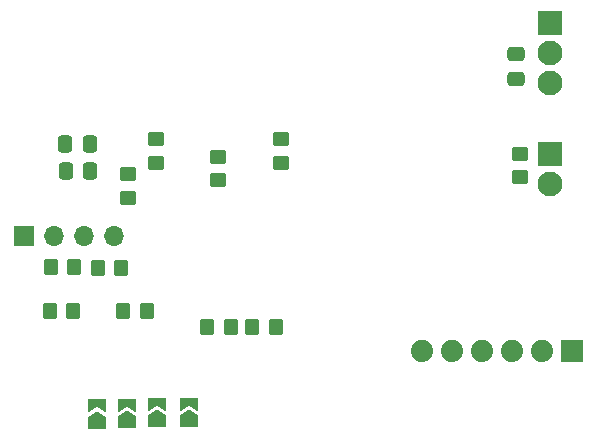
<source format=gbr>
%TF.GenerationSoftware,KiCad,Pcbnew,6.0.11-2627ca5db0~126~ubuntu22.04.1*%
%TF.CreationDate,2023-02-20T01:23:51-05:00*%
%TF.ProjectId,lin-pump-control,6c696e2d-7075-46d7-902d-636f6e74726f,1.0*%
%TF.SameCoordinates,Original*%
%TF.FileFunction,Soldermask,Bot*%
%TF.FilePolarity,Negative*%
%FSLAX46Y46*%
G04 Gerber Fmt 4.6, Leading zero omitted, Abs format (unit mm)*
G04 Created by KiCad (PCBNEW 6.0.11-2627ca5db0~126~ubuntu22.04.1) date 2023-02-20 01:23:51*
%MOMM*%
%LPD*%
G01*
G04 APERTURE LIST*
G04 Aperture macros list*
%AMRoundRect*
0 Rectangle with rounded corners*
0 $1 Rounding radius*
0 $2 $3 $4 $5 $6 $7 $8 $9 X,Y pos of 4 corners*
0 Add a 4 corners polygon primitive as box body*
4,1,4,$2,$3,$4,$5,$6,$7,$8,$9,$2,$3,0*
0 Add four circle primitives for the rounded corners*
1,1,$1+$1,$2,$3*
1,1,$1+$1,$4,$5*
1,1,$1+$1,$6,$7*
1,1,$1+$1,$8,$9*
0 Add four rect primitives between the rounded corners*
20,1,$1+$1,$2,$3,$4,$5,0*
20,1,$1+$1,$4,$5,$6,$7,0*
20,1,$1+$1,$6,$7,$8,$9,0*
20,1,$1+$1,$8,$9,$2,$3,0*%
%AMFreePoly0*
4,1,6,1.000000,0.000000,0.500000,-0.750000,-0.500000,-0.750000,-0.500000,0.750000,0.500000,0.750000,1.000000,0.000000,1.000000,0.000000,$1*%
%AMFreePoly1*
4,1,6,0.500000,-0.750000,-0.650000,-0.750000,-0.150000,0.000000,-0.650000,0.750000,0.500000,0.750000,0.500000,-0.750000,0.500000,-0.750000,$1*%
G04 Aperture macros list end*
%ADD10RoundRect,0.250000X-0.450000X0.350000X-0.450000X-0.350000X0.450000X-0.350000X0.450000X0.350000X0*%
%ADD11R,2.100000X2.100000*%
%ADD12C,2.100000*%
%ADD13R,1.700000X1.700000*%
%ADD14O,1.700000X1.700000*%
%ADD15R,1.879600X1.879600*%
%ADD16C,1.879600*%
%ADD17RoundRect,0.250000X-0.350000X-0.450000X0.350000X-0.450000X0.350000X0.450000X-0.350000X0.450000X0*%
%ADD18FreePoly0,90.000000*%
%ADD19FreePoly1,90.000000*%
%ADD20RoundRect,0.250000X0.350000X0.450000X-0.350000X0.450000X-0.350000X-0.450000X0.350000X-0.450000X0*%
%ADD21RoundRect,0.250000X0.475000X-0.337500X0.475000X0.337500X-0.475000X0.337500X-0.475000X-0.337500X0*%
%ADD22RoundRect,0.250000X0.450000X-0.350000X0.450000X0.350000X-0.450000X0.350000X-0.450000X-0.350000X0*%
%ADD23RoundRect,0.250000X0.337500X0.475000X-0.337500X0.475000X-0.337500X-0.475000X0.337500X-0.475000X0*%
%ADD24RoundRect,0.250000X-0.337500X-0.475000X0.337500X-0.475000X0.337500X0.475000X-0.337500X0.475000X0*%
G04 APERTURE END LIST*
D10*
%TO.C,R22*%
X222100000Y-75100000D03*
X222100000Y-77100000D03*
%TD*%
D11*
%TO.C,J4*%
X224700000Y-75125000D03*
D12*
X224700000Y-77665000D03*
%TD*%
D13*
%TO.C,J2*%
X180150000Y-82100000D03*
D14*
X182690000Y-82100000D03*
X185230000Y-82100000D03*
X187770000Y-82100000D03*
%TD*%
D11*
%TO.C,J3*%
X224700000Y-64000000D03*
D12*
X224700000Y-66540000D03*
X224700000Y-69080000D03*
%TD*%
D15*
%TO.C,J1*%
X226520000Y-91800000D03*
D16*
X223980000Y-91800000D03*
X221440000Y-91800000D03*
X218900000Y-91800000D03*
X216360000Y-91800000D03*
X213820000Y-91800000D03*
%TD*%
D17*
%TO.C,R3*%
X195650000Y-89750000D03*
X197650000Y-89750000D03*
%TD*%
D10*
%TO.C,R18*%
X196550000Y-75350000D03*
X196550000Y-77350000D03*
%TD*%
D18*
%TO.C,JP2*%
X194075000Y-97725000D03*
D19*
X194075000Y-96275000D03*
%TD*%
D17*
%TO.C,R7*%
X182400000Y-84725000D03*
X184400000Y-84725000D03*
%TD*%
D18*
%TO.C,JP5*%
X186350000Y-97875000D03*
D19*
X186350000Y-96425000D03*
%TD*%
D20*
%TO.C,R4*%
X201425000Y-89750000D03*
X199425000Y-89750000D03*
%TD*%
D21*
%TO.C,C2*%
X221775000Y-68750000D03*
X221775000Y-66675000D03*
%TD*%
D10*
%TO.C,R14*%
X201900000Y-73900000D03*
X201900000Y-75900000D03*
%TD*%
D17*
%TO.C,R8*%
X186375000Y-84775000D03*
X188375000Y-84775000D03*
%TD*%
%TO.C,R9*%
X182300000Y-88450000D03*
X184300000Y-88450000D03*
%TD*%
D22*
%TO.C,R12*%
X188950000Y-78825000D03*
X188950000Y-76825000D03*
%TD*%
D10*
%TO.C,R16*%
X191300000Y-73900000D03*
X191300000Y-75900000D03*
%TD*%
D20*
%TO.C,R10*%
X190525000Y-88425000D03*
X188525000Y-88425000D03*
%TD*%
D23*
%TO.C,C7*%
X185750000Y-76575000D03*
X183675000Y-76575000D03*
%TD*%
D24*
%TO.C,C8*%
X183600000Y-74325000D03*
X185675000Y-74325000D03*
%TD*%
D18*
%TO.C,JP4*%
X188825000Y-97825000D03*
D19*
X188825000Y-96375000D03*
%TD*%
D18*
%TO.C,JP3*%
X191425000Y-97775000D03*
D19*
X191425000Y-96325000D03*
%TD*%
M02*

</source>
